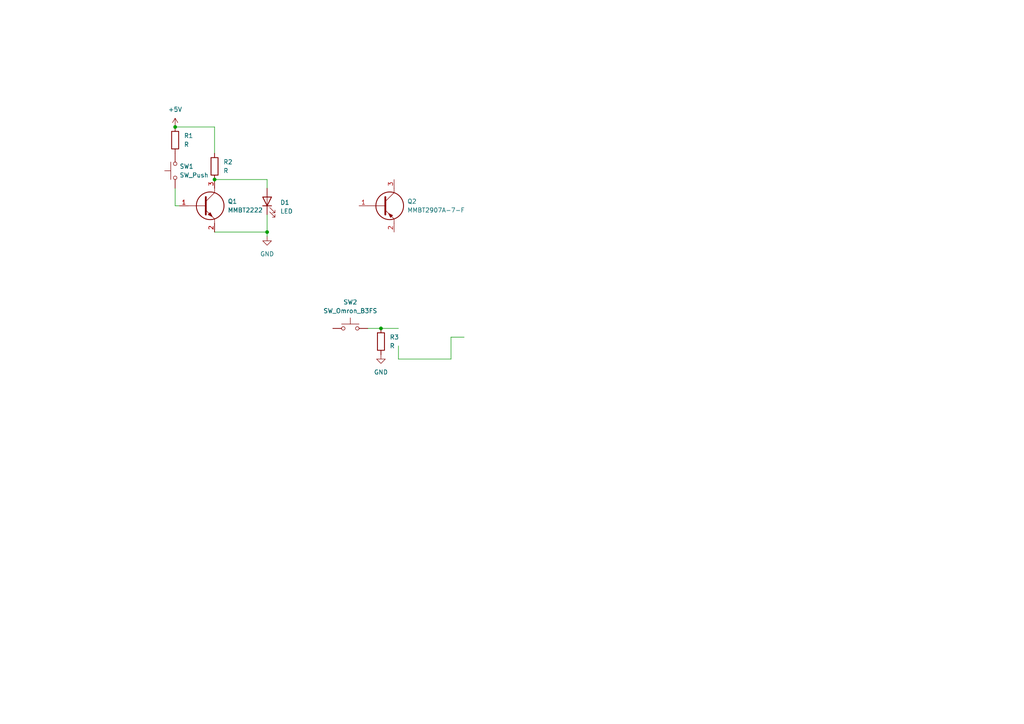
<source format=kicad_sch>
(kicad_sch (version 20230121) (generator eeschema)
  (paper "A4")
  (lib_symbols
    (symbol "Device:LED" (pin_numbers hide) (pin_names (offset 1.016) hide)
      (property "Reference" "D" (at 0 2.54 0))
      (property "Value" "LED" (at 0 -2.54 0))
      (symbol "LED_0_1"
        (polyline (pts (xy -1.27 -1.27) (xy -1.27 1.27)) (stroke (width 0.254)))
        (polyline (pts (xy -1.27 0) (xy 1.27 0)))
        (polyline (pts (xy 1.27 -1.27) (xy 1.27 1.27) (xy -1.27 0) (xy 1.27 -1.27)) (stroke (width 0.254)))
        (polyline (pts (xy -3.048 -0.762) (xy -4.572 -2.286) (xy -3.81 -2.286) (xy -4.572 -2.286) (xy -4.572 -1.524)))
        (polyline (pts (xy -1.778 -0.762) (xy -3.302 -2.286) (xy -2.54 -2.286) (xy -3.302 -2.286) (xy -3.302 -1.524)))
      )
      (symbol "LED_1_1"
        (pin passive line (at -3.81 0 0) (length 2.54) (name "K") (number "1"))
        (pin passive line (at 3.81 0 180) (length 2.54) (name "A") (number "2"))
      )
    )
    (symbol "Device:R" (pin_numbers hide) (pin_names (offset 0))
      (property "Reference" "R" (at 2.032 0 90))
      (property "Value" "R" (at 0 0 90))
      (symbol "R_0_1"
        (rectangle (start -1.016 -2.54) (end 1.016 2.54) (stroke (width 0.254)))
      )
      (symbol "R_1_1"
        (pin passive line (at 0 3.81 270) (length 1.27) (name "~") (number "1"))
        (pin passive line (at 0 -3.81 90) (length 1.27) (name "~") (number "2"))
      )
    )
    (symbol "SamacSys_Parts:MMBT2222" (pin_names (offset 0.762))
      (property "Reference" "Q" (at 13.97 1.27 0))
      (property "Value" "MMBT2222" (at 13.97 -1.27 0))
      (symbol "MMBT2222_0_0"
        (pin passive line (at 0 0 0) (length 2.54) (name "~") (number "1"))
        (pin passive line (at 10.16 -7.62 90) (length 2.54) (name "~") (number "2"))
        (pin passive line (at 10.16 7.62 270) (length 2.54) (name "~") (number "3"))
      )
      (symbol "MMBT2222_0_1"
        (polyline (pts (xy 2.54 0) (xy 7.62 0)) (stroke (width 0.1524)))
        (polyline (pts (xy 7.62 -1.27) (xy 10.16 -3.81)) (stroke (width 0.1524)))
        (polyline (pts (xy 7.62 1.27) (xy 10.16 3.81)) (stroke (width 0.1524)))
        (polyline (pts (xy 7.62 2.54) (xy 7.62 -2.54)) (stroke (width 0.508)))
        (polyline (pts (xy 10.16 -3.81) (xy 10.16 -5.08)) (stroke (width 0.1524)))
        (polyline (pts (xy 10.16 3.81) (xy 10.16 5.08)) (stroke (width 0.1524)))
        (polyline (pts (xy 8.382 -2.54) (xy 8.89 -2.032) (xy 9.398 -3.048) (xy 8.382 -2.54)) (stroke (width 0.254)) (fill (type outline)))
        (circle (center 8.89 0) (radius 4.0132) (stroke (width 0.254)))
      )
    )
    (symbol "SamacSys_Parts:MMBT2907A-7-F" (pin_names (offset 0.762))
      (property "Reference" "Q" (at 13.97 1.27 0))
      (property "Value" "MMBT2907A-7-F" (at 13.97 -1.27 0))
      (symbol "MMBT2907A-7-F_0_0"
        (pin passive line (at 0 0 0) (length 2.54) (name "~") (number "1"))
        (pin passive line (at 10.16 -7.62 90) (length 2.54) (name "~") (number "2"))
        (pin passive line (at 10.16 7.62 270) (length 2.54) (name "~") (number "3"))
      )
      (symbol "MMBT2907A-7-F_0_1"
        (polyline (pts (xy 2.54 0) (xy 7.62 0)) (stroke (width 0.1524)))
        (polyline (pts (xy 7.62 -1.27) (xy 10.16 -3.81)) (stroke (width 0.1524)))
        (polyline (pts (xy 7.62 1.27) (xy 10.16 3.81)) (stroke (width 0.1524)))
        (polyline (pts (xy 7.62 2.54) (xy 7.62 -2.54)) (stroke (width 0.508)))
        (polyline (pts (xy 10.16 -3.81) (xy 10.16 -5.08)) (stroke (width 0.1524)))
        (polyline (pts (xy 10.16 3.81) (xy 10.16 5.08)) (stroke (width 0.1524)))
        (polyline (pts (xy 9.652 -2.794) (xy 9.144 -3.302) (xy 8.636 -2.286) (xy 9.652 -2.794)) (stroke (width 0.254)) (fill (type outline)))
        (circle (center 8.89 0) (radius 4.0132) (stroke (width 0.254)))
      )
    )
    (symbol "Switch:SW_Omron_B3FS" (pin_numbers hide) (pin_names (offset 1.016) hide)
      (property "Reference" "SW" (at 1.27 2.54 0))
      (property "Value" "SW_Omron_B3FS" (at 0 -1.524 0))
      (symbol "SW_Omron_B3FS_0_1"
        (circle (center -2.032 0) (radius 0.508))
        (polyline (pts (xy 0 1.27) (xy 0 3.048)))
        (polyline (pts (xy 2.54 1.27) (xy -2.54 1.27)))
        (circle (center 2.032 0) (radius 0.508))
        (pin passive line (at -5.08 0 0) (length 2.54) (name "1") (number "1"))
        (pin passive line (at 5.08 0 180) (length 2.54) (name "2") (number "2"))
      )
    )
    (symbol "Switch:SW_Push" (pin_numbers hide) (pin_names (offset 1.016) hide)
      (property "Reference" "SW" (at 1.27 2.54 0))
      (property "Value" "SW_Push" (at 0 -1.524 0))
      (symbol "SW_Push_0_1"
        (circle (center -2.032 0) (radius 0.508))
        (polyline (pts (xy 0 1.27) (xy 0 3.048)))
        (polyline (pts (xy 2.54 1.27) (xy -2.54 1.27)))
        (circle (center 2.032 0) (radius 0.508))
        (pin passive line (at -5.08 0 0) (length 2.54) (name "1") (number "1"))
        (pin passive line (at 5.08 0 180) (length 2.54) (name "2") (number "2"))
      )
    )
    (symbol "power:+5V" (power) (pin_names (offset 0))
      (property "Value" "+5V" (at 0 3.556 0))
      (symbol "+5V_0_1"
        (polyline (pts (xy -0.762 1.27) (xy 0 2.54)))
        (polyline (pts (xy 0 0) (xy 0 2.54)))
        (polyline (pts (xy 0 2.54) (xy 0.762 1.27)))
      )
      (symbol "+5V_1_1"
        (pin power_in line (at 0 0 90) (length 0) hide (name "+5V") (number "1"))
      )
    )
    (symbol "power:GND" (power) (pin_names (offset 0))
      (property "Value" "GND" (at 0 -3.81 0))
      (symbol "GND_0_1"
        (polyline (pts (xy 0 0) (xy 0 -1.27) (xy 1.27 -1.27) (xy 0 -2.54) (xy -1.27 -1.27) (xy 0 -1.27)))
      )
      (symbol "GND_1_1"
        (pin power_in line (at 0 0 270) (length 0) hide (name "GND") (number "1"))
      )
    )
  )
  (junction (at 50.8 36.83))
  (junction (at 77.47 67.31))
  (junction (at 110.49 95.25))
  (junction (at 62.23 52.07))
  (wire (pts (xy 130.81 97.79) (xy 134.62 97.79)))
  (wire (pts (xy 62.23 67.31) (xy 77.47 67.31)))
  (wire (pts (xy 50.8 59.69) (xy 52.07 59.69)))
  (wire (pts (xy 130.81 104.14) (xy 115.57 104.14)))
  (wire (pts (xy 110.49 95.25) (xy 115.57 95.25)))
  (wire (pts (xy 115.57 104.14) (xy 115.57 100.33)))
  (wire (pts (xy 62.23 44.45) (xy 62.23 36.83)))
  (wire (pts (xy 62.23 36.83) (xy 50.8 36.83)))
  (wire (pts (xy 62.23 52.07) (xy 77.47 52.07)))
  (wire (pts (xy 130.81 97.79) (xy 130.81 104.14)))
  (wire (pts (xy 77.47 67.31) (xy 77.47 68.58)))
  (wire (pts (xy 50.8 54.61) (xy 50.8 59.69)))
  (wire (pts (xy 106.68 95.25) (xy 110.49 95.25)))
  (wire (pts (xy 77.47 52.07) (xy 77.47 54.61)))
  (wire (pts (xy 77.47 62.23) (xy 77.47 67.31)))
  (symbol (lib_id "Device:LED") (at 77.47 58.42 90) (unit 1)
    (property "Reference" "D1" (at 81.28 58.7375 90) (effects (justify right)))
    (property "Value" "LED" (at 81.28 61.2775 90) (effects (justify right)))
  )
  (symbol (lib_id "Device:R") (at 62.23 48.26 0) (unit 1)
    (property "Reference" "R2" (at 64.77 46.99 0) (effects (justify left)))
    (property "Value" "R" (at 64.77 49.53 0) (effects (justify left)))
  )
  (symbol (lib_id "SamacSys_Parts:MMBT2907A-7-F") (at 104.14 59.69 0) (unit 1)
    (property "Reference" "Q2" (at 118.11 58.42 0) (effects (justify left)))
    (property "Value" "MMBT2907A-7-F" (at 118.11 60.96 0) (effects (justify left)))
    (property "Footprint" "SOT96P240X100-3N" (effects hide))
    (property "Datasheet" "https://www.diodes.com/assets/Datasheets/ds30040.pdf" (effects hide))
    (property "Description" "Diodes Inc MMBT2907A-7-F PNP Bipolar Transistor, -600 mA, -60 V, 3-Pin SOT-23" (effects hide))
    (property "Height" "1" (effects hide))
    (property "Manufacturer_Name" "Diodes Inc." (effects hide))
    (property "Manufacturer_Part_Number" "MMBT2907A-7-F" (effects hide))
    (property "Mouser Part Number" "621-MMBT2907A-F" (effects hide))
    (property "Mouser Price/Stock" "https://www.mouser.co.uk/ProductDetail/Diodes-Incorporated/MMBT2907A-7-F?qs=nzdy8YbEw1%252BnciVJrv5MLg%3D%3D" (effects hide))
    (property "Arrow Part Number" "MMBT2907A-7-F" (effects hide))
    (property "Arrow Price/Stock" "https://www.arrow.com/en/products/mmbt2907a-7-f/diodes-incorporated?region=nac" (effects hide))
  )
  (symbol (lib_id "Device:R") (at 110.49 99.06 0) (unit 1)
    (property "Reference" "R3" (at 113.03 97.79 0) (effects (justify left)))
    (property "Value" "R" (at 113.03 100.33 0) (effects (justify left)))
  )
  (symbol (lib_id "Switch:SW_Omron_B3FS") (at 101.6 95.25 0) (unit 1)
    (property "Reference" "SW2" (at 101.6 87.63 0))
    (property "Value" "SW_Omron_B3FS" (at 101.6 90.17 0))
    (property "Datasheet" "https://omronfs.omron.com/en_US/ecb/products/pdf/en-b3fs.pdf" (effects hide))
  )
  (symbol (lib_id "SamacSys_Parts:MMBT2222") (at 52.07 59.69 0) (unit 1)
    (property "Reference" "Q1" (at 66.04 58.42 0) (effects (justify left)))
    (property "Value" "MMBT2222" (at 66.04 60.96 0) (effects (justify left)))
    (property "Footprint" "SamacSys_Parts:SOT95P240X114-3N" (effects hide))
    (property "Datasheet" "https://componentsearchengine.com/Datasheets/1/MMBT2222.pdf" (effects hide))
    (property "Description" "Bipolar Transistors - BJT NPN Transistor General Purpose" (effects hide))
    (property "Height" "1.14" (effects hide))
    (property "Manufacturer_Name" "onsemi" (effects hide))
    (property "Manufacturer_Part_Number" "MMBT2222" (effects hide))
    (property "Mouser Part Number" "512-MMBT2222" (effects hide))
    (property "Mouser Price/Stock" "https://www.mouser.co.uk/ProductDetail/onsemi-Fairchild/MMBT2222?qs=UMEuL5FsraD0NR7loUMuuw%3D%3D" (effects hide))
  )
  (symbol (lib_id "power:GND") (at 77.47 68.58 0) (unit 1)
    (property "Reference" "#PWR02" (effects hide))
    (property "Value" "GND" (at 77.47 73.66 0))
  )
  (symbol (lib_id "power:GND") (at 110.49 102.87 0) (unit 1)
    (property "Reference" "#PWR03" (effects hide))
    (property "Value" "GND" (at 110.49 107.95 0))
  )
  (symbol (lib_id "Device:R") (at 50.8 40.64 0) (unit 1)
    (property "Reference" "R1" (at 53.34 39.37 0) (effects (justify left)))
    (property "Value" "R" (at 53.34 41.91 0) (effects (justify left)))
  )
  (symbol (lib_id "power:+5V") (at 50.8 36.83 0) (unit 1)
    (property "Reference" "#PWR01" (effects hide))
    (property "Value" "+5V" (at 50.8 31.75 0))
  )
  (symbol (lib_id "Switch:SW_Push") (at 50.8 49.53 90) (unit 1)
    (property "Reference" "SW1" (at 52.07 48.26 90) (effects (justify right)))
    (property "Value" "SW_Push" (at 52.07 50.8 90) (effects (justify right)))
  )
)
</source>
